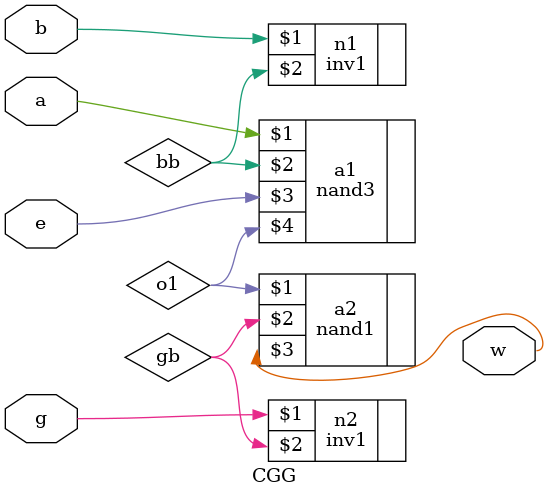
<source format=v>
`timescale  1ns/1ns

module CGG(input a,b,e,g,output w);
  wire gb,bb,eb,o1;
  inv1 n1(b,bb);
  nand3 a1(a,bb,e,o1);
  inv1 n2(g,gb);
  nand1 a2(o1,gb,w);
endmodule


</source>
